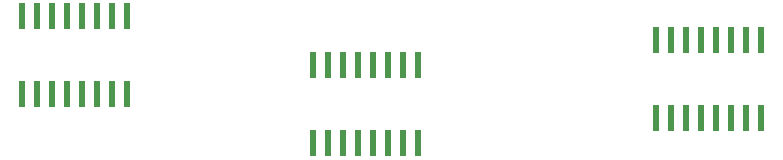
<source format=gbr>
%TF.GenerationSoftware,KiCad,Pcbnew,(6.0.6)*%
%TF.CreationDate,2023-12-25T11:13:00+01:00*%
%TF.ProjectId,nixieClockPCB,6e697869-6543-46c6-9f63-6b5043422e6b,rev?*%
%TF.SameCoordinates,Original*%
%TF.FileFunction,Paste,Bot*%
%TF.FilePolarity,Positive*%
%FSLAX46Y46*%
G04 Gerber Fmt 4.6, Leading zero omitted, Abs format (unit mm)*
G04 Created by KiCad (PCBNEW (6.0.6)) date 2023-12-25 11:13:00*
%MOMM*%
%LPD*%
G01*
G04 APERTURE LIST*
%ADD10R,0.599440X2.199640*%
G04 APERTURE END LIST*
D10*
%TO.C,U8*%
X81355000Y-37950540D03*
X82625000Y-37950540D03*
X83895000Y-37950540D03*
X85165000Y-37950540D03*
X86435000Y-37950540D03*
X87705000Y-37950540D03*
X88975000Y-37950540D03*
X90245000Y-37950540D03*
X90245000Y-44549460D03*
X88975000Y-44549460D03*
X87705000Y-44549460D03*
X86435000Y-44549460D03*
X85165000Y-44549460D03*
X83895000Y-44549460D03*
X82625000Y-44549460D03*
X81355000Y-44549460D03*
%TD*%
%TO.C,U9*%
X110355000Y-35800540D03*
X111625000Y-35800540D03*
X112895000Y-35800540D03*
X114165000Y-35800540D03*
X115435000Y-35800540D03*
X116705000Y-35800540D03*
X117975000Y-35800540D03*
X119245000Y-35800540D03*
X119245000Y-42399460D03*
X117975000Y-42399460D03*
X116705000Y-42399460D03*
X115435000Y-42399460D03*
X114165000Y-42399460D03*
X112895000Y-42399460D03*
X111625000Y-42399460D03*
X110355000Y-42399460D03*
%TD*%
%TO.C,U7*%
X56692350Y-33800540D03*
X57962350Y-33800540D03*
X59232350Y-33800540D03*
X60502350Y-33800540D03*
X61772350Y-33800540D03*
X63042350Y-33800540D03*
X64312350Y-33800540D03*
X65582350Y-33800540D03*
X65582350Y-40399460D03*
X64312350Y-40399460D03*
X63042350Y-40399460D03*
X61772350Y-40399460D03*
X60502350Y-40399460D03*
X59232350Y-40399460D03*
X57962350Y-40399460D03*
X56692350Y-40399460D03*
%TD*%
M02*

</source>
